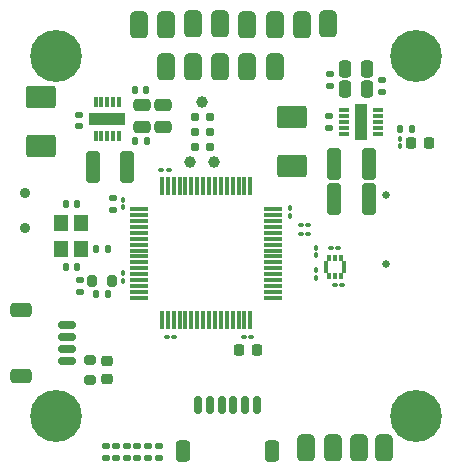
<source format=gbr>
%TF.GenerationSoftware,KiCad,Pcbnew,(6.0.4)*%
%TF.CreationDate,2023-01-18T22:00:33-06:00*%
%TF.ProjectId,Flight_Controller,466c6967-6874-45f4-936f-6e74726f6c6c,rev?*%
%TF.SameCoordinates,Original*%
%TF.FileFunction,Soldermask,Top*%
%TF.FilePolarity,Negative*%
%FSLAX46Y46*%
G04 Gerber Fmt 4.6, Leading zero omitted, Abs format (unit mm)*
G04 Created by KiCad (PCBNEW (6.0.4)) date 2023-01-18 22:00:33*
%MOMM*%
%LPD*%
G01*
G04 APERTURE LIST*
G04 Aperture macros list*
%AMRoundRect*
0 Rectangle with rounded corners*
0 $1 Rounding radius*
0 $2 $3 $4 $5 $6 $7 $8 $9 X,Y pos of 4 corners*
0 Add a 4 corners polygon primitive as box body*
4,1,4,$2,$3,$4,$5,$6,$7,$8,$9,$2,$3,0*
0 Add four circle primitives for the rounded corners*
1,1,$1+$1,$2,$3*
1,1,$1+$1,$4,$5*
1,1,$1+$1,$6,$7*
1,1,$1+$1,$8,$9*
0 Add four rect primitives between the rounded corners*
20,1,$1+$1,$2,$3,$4,$5,0*
20,1,$1+$1,$4,$5,$6,$7,0*
20,1,$1+$1,$6,$7,$8,$9,0*
20,1,$1+$1,$8,$9,$2,$3,0*%
G04 Aperture macros list end*
%ADD10RoundRect,0.381000X0.381000X-0.762000X0.381000X0.762000X-0.381000X0.762000X-0.381000X-0.762000X0*%
%ADD11RoundRect,0.147500X-0.172500X0.147500X-0.172500X-0.147500X0.172500X-0.147500X0.172500X0.147500X0*%
%ADD12RoundRect,0.100000X0.100000X-0.130000X0.100000X0.130000X-0.100000X0.130000X-0.100000X-0.130000X0*%
%ADD13RoundRect,0.100000X-0.130000X-0.100000X0.130000X-0.100000X0.130000X0.100000X-0.130000X0.100000X0*%
%ADD14RoundRect,0.200000X0.200000X0.275000X-0.200000X0.275000X-0.200000X-0.275000X0.200000X-0.275000X0*%
%ADD15RoundRect,0.135000X-0.185000X0.135000X-0.185000X-0.135000X0.185000X-0.135000X0.185000X0.135000X0*%
%ADD16C,0.700000*%
%ADD17C,4.400000*%
%ADD18RoundRect,0.075000X-0.700000X-0.075000X0.700000X-0.075000X0.700000X0.075000X-0.700000X0.075000X0*%
%ADD19RoundRect,0.075000X-0.075000X-0.700000X0.075000X-0.700000X0.075000X0.700000X-0.075000X0.700000X0*%
%ADD20RoundRect,0.140000X-0.170000X0.140000X-0.170000X-0.140000X0.170000X-0.140000X0.170000X0.140000X0*%
%ADD21RoundRect,0.100000X0.130000X0.100000X-0.130000X0.100000X-0.130000X-0.100000X0.130000X-0.100000X0*%
%ADD22RoundRect,0.250000X0.250000X0.475000X-0.250000X0.475000X-0.250000X-0.475000X0.250000X-0.475000X0*%
%ADD23RoundRect,0.135000X-0.135000X-0.185000X0.135000X-0.185000X0.135000X0.185000X-0.135000X0.185000X0*%
%ADD24RoundRect,0.140000X0.140000X0.170000X-0.140000X0.170000X-0.140000X-0.170000X0.140000X-0.170000X0*%
%ADD25RoundRect,0.200000X-1.050000X0.750000X-1.050000X-0.750000X1.050000X-0.750000X1.050000X0.750000X0*%
%ADD26RoundRect,0.249344X-1.000656X0.700656X-1.000656X-0.700656X1.000656X-0.700656X1.000656X0.700656X0*%
%ADD27RoundRect,0.250000X0.475000X-0.250000X0.475000X0.250000X-0.475000X0.250000X-0.475000X-0.250000X0*%
%ADD28RoundRect,0.225000X-0.225000X-0.250000X0.225000X-0.250000X0.225000X0.250000X-0.225000X0.250000X0*%
%ADD29RoundRect,0.250000X-0.325000X-1.100000X0.325000X-1.100000X0.325000X1.100000X-0.325000X1.100000X0*%
%ADD30RoundRect,0.200000X0.275000X-0.200000X0.275000X0.200000X-0.275000X0.200000X-0.275000X-0.200000X0*%
%ADD31RoundRect,0.100000X-0.100000X0.130000X-0.100000X-0.130000X0.100000X-0.130000X0.100000X0.130000X0*%
%ADD32RoundRect,0.135000X0.185000X-0.135000X0.185000X0.135000X-0.185000X0.135000X-0.185000X-0.135000X0*%
%ADD33RoundRect,0.140000X-0.140000X-0.170000X0.140000X-0.170000X0.140000X0.170000X-0.140000X0.170000X0*%
%ADD34RoundRect,0.150000X-0.625000X0.150000X-0.625000X-0.150000X0.625000X-0.150000X0.625000X0.150000X0*%
%ADD35RoundRect,0.250000X-0.650000X0.350000X-0.650000X-0.350000X0.650000X-0.350000X0.650000X0.350000X0*%
%ADD36C,0.990600*%
%ADD37C,0.787400*%
%ADD38RoundRect,0.140000X0.170000X-0.140000X0.170000X0.140000X-0.170000X0.140000X-0.170000X-0.140000X0*%
%ADD39RoundRect,0.225000X-0.250000X0.225000X-0.250000X-0.225000X0.250000X-0.225000X0.250000X0.225000X0*%
%ADD40RoundRect,0.007800X-0.412200X-0.122200X0.412200X-0.122200X0.412200X0.122200X-0.412200X0.122200X0*%
%ADD41R,1.050000X3.009999*%
%ADD42RoundRect,0.135000X0.135000X0.185000X-0.135000X0.185000X-0.135000X-0.185000X0.135000X-0.185000X0*%
%ADD43R,1.200000X1.400000*%
%ADD44RoundRect,0.007800X-0.122200X0.412200X-0.122200X-0.412200X0.122200X-0.412200X0.122200X0.412200X0*%
%ADD45R,3.010000X1.050000*%
%ADD46RoundRect,0.007000X0.168000X-0.183000X0.168000X0.183000X-0.168000X0.183000X-0.168000X-0.183000X0*%
%ADD47RoundRect,0.150000X-0.150000X-0.625000X0.150000X-0.625000X0.150000X0.625000X-0.150000X0.625000X0*%
%ADD48RoundRect,0.250000X-0.350000X-0.650000X0.350000X-0.650000X0.350000X0.650000X-0.350000X0.650000X0*%
%ADD49C,0.900000*%
%ADD50C,0.650000*%
G04 APERTURE END LIST*
D10*
%TO.C,TP19*%
X136400000Y-62870000D03*
%TD*%
%TO.C,TP6*%
X143300000Y-59280000D03*
%TD*%
%TO.C,TP5*%
X129560000Y-59280000D03*
%TD*%
D11*
%TO.C,D3*%
X128500000Y-94975000D03*
X128500000Y-95945000D03*
%TD*%
D12*
%TO.C,C39*%
X128135000Y-74760000D03*
X128135000Y-74120000D03*
%TD*%
D10*
%TO.C,TP4*%
X143710000Y-95140000D03*
%TD*%
%TO.C,TP8*%
X138660000Y-59280000D03*
%TD*%
%TO.C,TP12*%
X141020000Y-59280000D03*
%TD*%
%TO.C,TP11*%
X145560000Y-59270000D03*
%TD*%
%TO.C,TP10*%
X150290000Y-95130000D03*
%TD*%
D13*
%TO.C,C46*%
X131390000Y-71585000D03*
X132030000Y-71585000D03*
%TD*%
D14*
%TO.C,FB1*%
X127235000Y-80960000D03*
X125585000Y-80960000D03*
%TD*%
D15*
%TO.C,R14*%
X131200000Y-94950000D03*
X131200000Y-95970000D03*
%TD*%
D16*
%TO.C,H3*%
X122510000Y-94110000D03*
D17*
X122510000Y-92460000D03*
D16*
X123676726Y-91293274D03*
X121343274Y-93626726D03*
X123676726Y-93626726D03*
X124160000Y-92460000D03*
X121343274Y-91293274D03*
X122510000Y-90810000D03*
X120860000Y-92460000D03*
%TD*%
D12*
%TO.C,R6*%
X144535000Y-80705000D03*
X144535000Y-80065000D03*
%TD*%
D18*
%TO.C,U8*%
X129535000Y-74910000D03*
X129535000Y-75410000D03*
X129535000Y-75910000D03*
X129535000Y-76410000D03*
X129535000Y-76910000D03*
X129535000Y-77410000D03*
X129535000Y-77910000D03*
X129535000Y-78410000D03*
X129535000Y-78910000D03*
X129535000Y-79410000D03*
X129535000Y-79910000D03*
X129535000Y-80410000D03*
X129535000Y-80910000D03*
X129535000Y-81410000D03*
X129535000Y-81910000D03*
X129535000Y-82410000D03*
D19*
X131460000Y-84335000D03*
X131960000Y-84335000D03*
X132460000Y-84335000D03*
X132960000Y-84335000D03*
X133460000Y-84335000D03*
X133960000Y-84335000D03*
X134460000Y-84335000D03*
X134960000Y-84335000D03*
X135460000Y-84335000D03*
X135960000Y-84335000D03*
X136460000Y-84335000D03*
X136960000Y-84335000D03*
X137460000Y-84335000D03*
X137960000Y-84335000D03*
X138460000Y-84335000D03*
X138960000Y-84335000D03*
D18*
X140885000Y-82410000D03*
X140885000Y-81910000D03*
X140885000Y-81410000D03*
X140885000Y-80910000D03*
X140885000Y-80410000D03*
X140885000Y-79910000D03*
X140885000Y-79410000D03*
X140885000Y-78910000D03*
X140885000Y-78410000D03*
X140885000Y-77910000D03*
X140885000Y-77410000D03*
X140885000Y-76910000D03*
X140885000Y-76410000D03*
X140885000Y-75910000D03*
X140885000Y-75410000D03*
X140885000Y-74910000D03*
D19*
X138960000Y-72985000D03*
X138460000Y-72985000D03*
X137960000Y-72985000D03*
X137460000Y-72985000D03*
X136960000Y-72985000D03*
X136460000Y-72985000D03*
X135960000Y-72985000D03*
X135460000Y-72985000D03*
X134960000Y-72985000D03*
X134460000Y-72985000D03*
X133960000Y-72985000D03*
X133460000Y-72985000D03*
X132960000Y-72985000D03*
X132460000Y-72985000D03*
X131960000Y-72985000D03*
X131460000Y-72985000D03*
%TD*%
D10*
%TO.C,TP20*%
X138670000Y-62870000D03*
%TD*%
D20*
%TO.C,C44*%
X124510000Y-80930000D03*
X124510000Y-81890000D03*
%TD*%
D10*
%TO.C,TP21*%
X134130000Y-62880000D03*
%TD*%
D21*
%TO.C,C41*%
X132530000Y-85760000D03*
X131890000Y-85760000D03*
%TD*%
D22*
%TO.C,C17*%
X148850000Y-63050000D03*
X146950000Y-63050000D03*
%TD*%
D23*
%TO.C,R18*%
X151640000Y-68150000D03*
X152660000Y-68150000D03*
%TD*%
D16*
%TO.C,H4*%
X121343274Y-63126726D03*
X123676726Y-60793274D03*
X121343274Y-60793274D03*
X122510000Y-60310000D03*
X122510000Y-63610000D03*
D17*
X122510000Y-61960000D03*
D16*
X124160000Y-61960000D03*
X120860000Y-61960000D03*
X123676726Y-63126726D03*
%TD*%
D24*
%TO.C,C38*%
X126890000Y-82060000D03*
X125930000Y-82060000D03*
%TD*%
D15*
%TO.C,R29*%
X127600000Y-94950000D03*
X127600000Y-95970000D03*
%TD*%
D25*
%TO.C,L1*%
X121250000Y-65425000D03*
D26*
X121250000Y-69525000D03*
%TD*%
D27*
%TO.C,C16*%
X131600000Y-67975000D03*
X131600000Y-66075000D03*
%TD*%
D28*
%TO.C,C28*%
X152575000Y-69275000D03*
X154125000Y-69275000D03*
%TD*%
D22*
%TO.C,C19*%
X148850000Y-64750000D03*
X146950000Y-64750000D03*
%TD*%
D16*
%TO.C,H1*%
X154176732Y-60793272D03*
X151843280Y-60793272D03*
X151843280Y-63126724D03*
X153010006Y-63609998D03*
X154660006Y-61959998D03*
X154176732Y-63126724D03*
D17*
X153010006Y-61959998D03*
D16*
X151360006Y-61959998D03*
X153010006Y-60309998D03*
%TD*%
D29*
%TO.C,C32*%
X146050000Y-74050000D03*
X149000000Y-74050000D03*
%TD*%
D30*
%TO.C,R27*%
X125420000Y-89345000D03*
X125420000Y-87695000D03*
%TD*%
D31*
%TO.C,C45*%
X142285000Y-74840000D03*
X142285000Y-75480000D03*
%TD*%
D10*
%TO.C,TP18*%
X141010000Y-62870000D03*
%TD*%
%TO.C,TP13*%
X131810000Y-59280000D03*
%TD*%
D32*
%TO.C,R16*%
X150075000Y-65010000D03*
X150075000Y-63990000D03*
%TD*%
D23*
%TO.C,R15*%
X129190000Y-69175000D03*
X130210000Y-69175000D03*
%TD*%
D33*
%TO.C,C34*%
X123310000Y-74470000D03*
X124270000Y-74470000D03*
%TD*%
D11*
%TO.C,D4*%
X130300000Y-94975000D03*
X130300000Y-95945000D03*
%TD*%
D21*
%TO.C,R11*%
X143880000Y-77010000D03*
X143240000Y-77010000D03*
%TD*%
%TO.C,C12*%
X146405000Y-78210000D03*
X145765000Y-78210000D03*
%TD*%
%TO.C,R7*%
X146755000Y-81335000D03*
X146115000Y-81335000D03*
%TD*%
D24*
%TO.C,C35*%
X124270000Y-79770000D03*
X123310000Y-79770000D03*
%TD*%
D10*
%TO.C,TP16*%
X148120000Y-95150000D03*
%TD*%
D12*
%TO.C,C13*%
X144535000Y-78820000D03*
X144535000Y-78180000D03*
%TD*%
D21*
%TO.C,C42*%
X139030000Y-85735000D03*
X138390000Y-85735000D03*
%TD*%
D34*
%TO.C,J10*%
X123450000Y-84725000D03*
X123450000Y-85725000D03*
X123450000Y-86725000D03*
X123450000Y-87725000D03*
D35*
X119575000Y-89025000D03*
X119575000Y-83425000D03*
%TD*%
D10*
%TO.C,TP2*%
X145940000Y-95140000D03*
%TD*%
D21*
%TO.C,R12*%
X143880000Y-76260000D03*
X143240000Y-76260000D03*
%TD*%
D36*
%TO.C,J9*%
X134865000Y-65860000D03*
X135881000Y-70940000D03*
X133849000Y-70940000D03*
D37*
X134230000Y-67130000D03*
X135500000Y-67130000D03*
X134230000Y-68400000D03*
X135500000Y-68400000D03*
X134230000Y-69670000D03*
X135500000Y-69670000D03*
%TD*%
D10*
%TO.C,TP3*%
X136410000Y-59270000D03*
%TD*%
D29*
%TO.C,C30*%
X146050000Y-71100000D03*
X149000000Y-71100000D03*
%TD*%
D11*
%TO.C,D5*%
X126700000Y-94975000D03*
X126700000Y-95945000D03*
%TD*%
D25*
%TO.C,L2*%
X142480000Y-67130000D03*
D26*
X142480000Y-71230000D03*
%TD*%
D16*
%TO.C,H2*%
X154176726Y-93626726D03*
X153010000Y-90810000D03*
X154176726Y-91293274D03*
X154660000Y-92460000D03*
X151843274Y-91293274D03*
X153010000Y-94110000D03*
X151360000Y-92460000D03*
D17*
X153010000Y-92460000D03*
D16*
X151843274Y-93626726D03*
%TD*%
D38*
%TO.C,C23*%
X124425000Y-67855000D03*
X124425000Y-66895000D03*
%TD*%
D10*
%TO.C,TP1*%
X134130000Y-59270000D03*
%TD*%
D38*
%TO.C,C24*%
X145650000Y-68010000D03*
X145650000Y-67050000D03*
%TD*%
D15*
%TO.C,R13*%
X129400000Y-94950000D03*
X129400000Y-95970000D03*
%TD*%
D39*
%TO.C,C47*%
X126860000Y-87725000D03*
X126860000Y-89275000D03*
%TD*%
D28*
%TO.C,C36*%
X137975000Y-86810000D03*
X139525000Y-86810000D03*
%TD*%
D29*
%TO.C,C33*%
X125600000Y-71300000D03*
X128550000Y-71300000D03*
%TD*%
D12*
%TO.C,C40*%
X128135000Y-80980000D03*
X128135000Y-80340000D03*
%TD*%
D40*
%TO.C,U7*%
X146865000Y-66550000D03*
X146865000Y-67050000D03*
X146865000Y-67550000D03*
X146865000Y-68050000D03*
X146865000Y-68550000D03*
X149735000Y-68550000D03*
X149735000Y-68050000D03*
X149735000Y-67550000D03*
X149735000Y-67050000D03*
X149735000Y-66550000D03*
D41*
X148300000Y-67550000D03*
%TD*%
D38*
%TO.C,C37*%
X127310000Y-74940000D03*
X127310000Y-73980000D03*
%TD*%
D42*
%TO.C,R23*%
X126930000Y-78290000D03*
X125910000Y-78290000D03*
%TD*%
D43*
%TO.C,Y2*%
X122940000Y-76070000D03*
X122940000Y-78270000D03*
X124640000Y-78270000D03*
X124640000Y-76070000D03*
%TD*%
D44*
%TO.C,U6*%
X127850000Y-65862500D03*
X127350000Y-65862500D03*
X126850000Y-65862500D03*
X126350000Y-65862500D03*
X125850000Y-65862500D03*
X125850000Y-68732500D03*
X126350000Y-68732500D03*
X126850000Y-68732500D03*
X127350000Y-68732500D03*
X127850000Y-68732500D03*
D45*
X126850000Y-67297500D03*
%TD*%
D10*
%TO.C,TP15*%
X131810000Y-62880000D03*
%TD*%
D20*
%TO.C,C21*%
X145690000Y-63490000D03*
X145690000Y-64450000D03*
%TD*%
D33*
%TO.C,C20*%
X129195000Y-64850000D03*
X130155000Y-64850000D03*
%TD*%
D31*
%TO.C,C26*%
X151625000Y-68955000D03*
X151625000Y-69595000D03*
%TD*%
D27*
%TO.C,C18*%
X129750000Y-67975000D03*
X129750000Y-66075000D03*
%TD*%
D46*
%TO.C,U3*%
X145335000Y-79520000D03*
X145335000Y-80020000D03*
X145600000Y-80535000D03*
X146100000Y-80535000D03*
X146600000Y-80535000D03*
X146865000Y-80020000D03*
X146865000Y-79520000D03*
X146600000Y-79005000D03*
X146100000Y-79005000D03*
X145600000Y-79005000D03*
%TD*%
D47*
%TO.C,J12*%
X134530000Y-91490000D03*
X135530000Y-91490000D03*
X136530000Y-91490000D03*
X137530000Y-91490000D03*
X138530000Y-91490000D03*
X139530000Y-91490000D03*
D48*
X133230000Y-95365000D03*
X140830000Y-95365000D03*
%TD*%
D49*
%TO.C,SW1*%
X119910000Y-76510000D03*
X119910000Y-73510000D03*
%TD*%
D50*
%TO.C,P1*%
X150467000Y-79530000D03*
X150467000Y-73750000D03*
%TD*%
M02*

</source>
